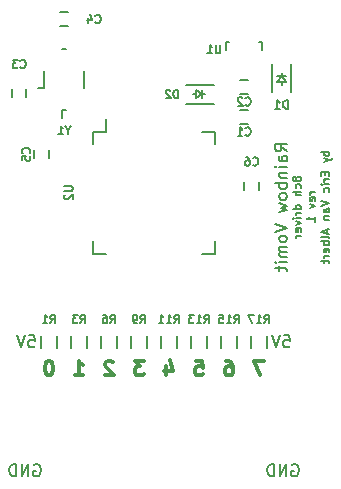
<source format=gbr>
G04 #@! TF.GenerationSoftware,KiCad,Pcbnew,5.0.0*
G04 #@! TF.CreationDate,2018-11-12T22:36:05-05:00*
G04 #@! TF.ProjectId,dot-driver,646F742D6472697665722E6B69636164,rev?*
G04 #@! TF.SameCoordinates,Original*
G04 #@! TF.FileFunction,Legend,Bot*
G04 #@! TF.FilePolarity,Positive*
%FSLAX46Y46*%
G04 Gerber Fmt 4.6, Leading zero omitted, Abs format (unit mm)*
G04 Created by KiCad (PCBNEW 5.0.0) date Mon Nov 12 22:36:05 2018*
%MOMM*%
%LPD*%
G01*
G04 APERTURE LIST*
%ADD10C,0.150000*%
%ADD11C,0.200000*%
%ADD12C,0.300000*%
G04 APERTURE END LIST*
D10*
X153021666Y-92181666D02*
X152988333Y-92115000D01*
X152955000Y-92081666D01*
X152888333Y-92048333D01*
X152855000Y-92048333D01*
X152788333Y-92081666D01*
X152755000Y-92115000D01*
X152721666Y-92181666D01*
X152721666Y-92315000D01*
X152755000Y-92381666D01*
X152788333Y-92415000D01*
X152855000Y-92448333D01*
X152888333Y-92448333D01*
X152955000Y-92415000D01*
X152988333Y-92381666D01*
X153021666Y-92315000D01*
X153021666Y-92181666D01*
X153055000Y-92115000D01*
X153088333Y-92081666D01*
X153155000Y-92048333D01*
X153288333Y-92048333D01*
X153355000Y-92081666D01*
X153388333Y-92115000D01*
X153421666Y-92181666D01*
X153421666Y-92315000D01*
X153388333Y-92381666D01*
X153355000Y-92415000D01*
X153288333Y-92448333D01*
X153155000Y-92448333D01*
X153088333Y-92415000D01*
X153055000Y-92381666D01*
X153021666Y-92315000D01*
X153388333Y-93048333D02*
X153421666Y-92981666D01*
X153421666Y-92848333D01*
X153388333Y-92781666D01*
X153355000Y-92748333D01*
X153288333Y-92715000D01*
X153088333Y-92715000D01*
X153021666Y-92748333D01*
X152988333Y-92781666D01*
X152955000Y-92848333D01*
X152955000Y-92981666D01*
X152988333Y-93048333D01*
X153421666Y-93348333D02*
X152721666Y-93348333D01*
X153421666Y-93648333D02*
X153055000Y-93648333D01*
X152988333Y-93615000D01*
X152955000Y-93548333D01*
X152955000Y-93448333D01*
X152988333Y-93381666D01*
X153021666Y-93348333D01*
X153421666Y-94815000D02*
X152721666Y-94815000D01*
X153388333Y-94815000D02*
X153421666Y-94748333D01*
X153421666Y-94615000D01*
X153388333Y-94548333D01*
X153355000Y-94515000D01*
X153288333Y-94481666D01*
X153088333Y-94481666D01*
X153021666Y-94515000D01*
X152988333Y-94548333D01*
X152955000Y-94615000D01*
X152955000Y-94748333D01*
X152988333Y-94815000D01*
X153421666Y-95148333D02*
X152955000Y-95148333D01*
X153088333Y-95148333D02*
X153021666Y-95181666D01*
X152988333Y-95215000D01*
X152955000Y-95281666D01*
X152955000Y-95348333D01*
X153421666Y-95581666D02*
X152955000Y-95581666D01*
X152721666Y-95581666D02*
X152755000Y-95548333D01*
X152788333Y-95581666D01*
X152755000Y-95615000D01*
X152721666Y-95581666D01*
X152788333Y-95581666D01*
X152955000Y-95848333D02*
X153421666Y-96015000D01*
X152955000Y-96181666D01*
X153388333Y-96715000D02*
X153421666Y-96648333D01*
X153421666Y-96515000D01*
X153388333Y-96448333D01*
X153321666Y-96415000D01*
X153055000Y-96415000D01*
X152988333Y-96448333D01*
X152955000Y-96515000D01*
X152955000Y-96648333D01*
X152988333Y-96715000D01*
X153055000Y-96748333D01*
X153121666Y-96748333D01*
X153188333Y-96415000D01*
X153421666Y-97048333D02*
X152955000Y-97048333D01*
X153088333Y-97048333D02*
X153021666Y-97081666D01*
X152988333Y-97115000D01*
X152955000Y-97181666D01*
X152955000Y-97248333D01*
X154621666Y-93398333D02*
X154155000Y-93398333D01*
X154288333Y-93398333D02*
X154221666Y-93431666D01*
X154188333Y-93465000D01*
X154155000Y-93531666D01*
X154155000Y-93598333D01*
X154588333Y-94098333D02*
X154621666Y-94031666D01*
X154621666Y-93898333D01*
X154588333Y-93831666D01*
X154521666Y-93798333D01*
X154255000Y-93798333D01*
X154188333Y-93831666D01*
X154155000Y-93898333D01*
X154155000Y-94031666D01*
X154188333Y-94098333D01*
X154255000Y-94131666D01*
X154321666Y-94131666D01*
X154388333Y-93798333D01*
X154155000Y-94365000D02*
X154621666Y-94531666D01*
X154155000Y-94698333D01*
X154621666Y-95865000D02*
X154621666Y-95465000D01*
X154621666Y-95665000D02*
X153921666Y-95665000D01*
X154021666Y-95598333D01*
X154088333Y-95531666D01*
X154121666Y-95465000D01*
X155821666Y-89948333D02*
X155121666Y-89948333D01*
X155388333Y-89948333D02*
X155355000Y-90015000D01*
X155355000Y-90148333D01*
X155388333Y-90215000D01*
X155421666Y-90248333D01*
X155488333Y-90281666D01*
X155688333Y-90281666D01*
X155755000Y-90248333D01*
X155788333Y-90215000D01*
X155821666Y-90148333D01*
X155821666Y-90015000D01*
X155788333Y-89948333D01*
X155355000Y-90515000D02*
X155821666Y-90681666D01*
X155355000Y-90848333D02*
X155821666Y-90681666D01*
X155988333Y-90615000D01*
X156021666Y-90581666D01*
X156055000Y-90515000D01*
X155455000Y-91648333D02*
X155455000Y-91881666D01*
X155821666Y-91981666D02*
X155821666Y-91648333D01*
X155121666Y-91648333D01*
X155121666Y-91981666D01*
X155821666Y-92281666D02*
X155355000Y-92281666D01*
X155488333Y-92281666D02*
X155421666Y-92315000D01*
X155388333Y-92348333D01*
X155355000Y-92415000D01*
X155355000Y-92481666D01*
X155821666Y-92715000D02*
X155355000Y-92715000D01*
X155121666Y-92715000D02*
X155155000Y-92681666D01*
X155188333Y-92715000D01*
X155155000Y-92748333D01*
X155121666Y-92715000D01*
X155188333Y-92715000D01*
X155788333Y-93348333D02*
X155821666Y-93281666D01*
X155821666Y-93148333D01*
X155788333Y-93081666D01*
X155755000Y-93048333D01*
X155688333Y-93015000D01*
X155488333Y-93015000D01*
X155421666Y-93048333D01*
X155388333Y-93081666D01*
X155355000Y-93148333D01*
X155355000Y-93281666D01*
X155388333Y-93348333D01*
X155121666Y-94081666D02*
X155821666Y-94315000D01*
X155121666Y-94548333D01*
X155821666Y-95081666D02*
X155455000Y-95081666D01*
X155388333Y-95048333D01*
X155355000Y-94981666D01*
X155355000Y-94848333D01*
X155388333Y-94781666D01*
X155788333Y-95081666D02*
X155821666Y-95015000D01*
X155821666Y-94848333D01*
X155788333Y-94781666D01*
X155721666Y-94748333D01*
X155655000Y-94748333D01*
X155588333Y-94781666D01*
X155555000Y-94848333D01*
X155555000Y-95015000D01*
X155521666Y-95081666D01*
X155355000Y-95415000D02*
X155821666Y-95415000D01*
X155421666Y-95415000D02*
X155388333Y-95448333D01*
X155355000Y-95515000D01*
X155355000Y-95615000D01*
X155388333Y-95681666D01*
X155455000Y-95715000D01*
X155821666Y-95715000D01*
X155621666Y-96548333D02*
X155621666Y-96881666D01*
X155821666Y-96481666D02*
X155121666Y-96715000D01*
X155821666Y-96948333D01*
X155821666Y-97281666D02*
X155788333Y-97215000D01*
X155721666Y-97181666D01*
X155121666Y-97181666D01*
X155821666Y-97548333D02*
X155121666Y-97548333D01*
X155388333Y-97548333D02*
X155355000Y-97615000D01*
X155355000Y-97748333D01*
X155388333Y-97815000D01*
X155421666Y-97848333D01*
X155488333Y-97881666D01*
X155688333Y-97881666D01*
X155755000Y-97848333D01*
X155788333Y-97815000D01*
X155821666Y-97748333D01*
X155821666Y-97615000D01*
X155788333Y-97548333D01*
X155788333Y-98448333D02*
X155821666Y-98381666D01*
X155821666Y-98248333D01*
X155788333Y-98181666D01*
X155721666Y-98148333D01*
X155455000Y-98148333D01*
X155388333Y-98181666D01*
X155355000Y-98248333D01*
X155355000Y-98381666D01*
X155388333Y-98448333D01*
X155455000Y-98481666D01*
X155521666Y-98481666D01*
X155588333Y-98148333D01*
X155821666Y-98781666D02*
X155355000Y-98781666D01*
X155488333Y-98781666D02*
X155421666Y-98815000D01*
X155388333Y-98848333D01*
X155355000Y-98915000D01*
X155355000Y-98981666D01*
X155355000Y-99115000D02*
X155355000Y-99381666D01*
X155121666Y-99215000D02*
X155721666Y-99215000D01*
X155788333Y-99248333D01*
X155821666Y-99315000D01*
X155821666Y-99381666D01*
D11*
X152217380Y-89900714D02*
X151741190Y-89567380D01*
X152217380Y-89329285D02*
X151217380Y-89329285D01*
X151217380Y-89710238D01*
X151265000Y-89805476D01*
X151312619Y-89853095D01*
X151407857Y-89900714D01*
X151550714Y-89900714D01*
X151645952Y-89853095D01*
X151693571Y-89805476D01*
X151741190Y-89710238D01*
X151741190Y-89329285D01*
X152217380Y-90757857D02*
X151693571Y-90757857D01*
X151598333Y-90710238D01*
X151550714Y-90615000D01*
X151550714Y-90424523D01*
X151598333Y-90329285D01*
X152169761Y-90757857D02*
X152217380Y-90662619D01*
X152217380Y-90424523D01*
X152169761Y-90329285D01*
X152074523Y-90281666D01*
X151979285Y-90281666D01*
X151884047Y-90329285D01*
X151836428Y-90424523D01*
X151836428Y-90662619D01*
X151788809Y-90757857D01*
X152217380Y-91234047D02*
X151550714Y-91234047D01*
X151217380Y-91234047D02*
X151265000Y-91186428D01*
X151312619Y-91234047D01*
X151265000Y-91281666D01*
X151217380Y-91234047D01*
X151312619Y-91234047D01*
X151550714Y-91710238D02*
X152217380Y-91710238D01*
X151645952Y-91710238D02*
X151598333Y-91757857D01*
X151550714Y-91853095D01*
X151550714Y-91995952D01*
X151598333Y-92091190D01*
X151693571Y-92138809D01*
X152217380Y-92138809D01*
X152217380Y-92615000D02*
X151217380Y-92615000D01*
X151598333Y-92615000D02*
X151550714Y-92710238D01*
X151550714Y-92900714D01*
X151598333Y-92995952D01*
X151645952Y-93043571D01*
X151741190Y-93091190D01*
X152026904Y-93091190D01*
X152122142Y-93043571D01*
X152169761Y-92995952D01*
X152217380Y-92900714D01*
X152217380Y-92710238D01*
X152169761Y-92615000D01*
X152217380Y-93662619D02*
X152169761Y-93567380D01*
X152122142Y-93519761D01*
X152026904Y-93472142D01*
X151741190Y-93472142D01*
X151645952Y-93519761D01*
X151598333Y-93567380D01*
X151550714Y-93662619D01*
X151550714Y-93805476D01*
X151598333Y-93900714D01*
X151645952Y-93948333D01*
X151741190Y-93995952D01*
X152026904Y-93995952D01*
X152122142Y-93948333D01*
X152169761Y-93900714D01*
X152217380Y-93805476D01*
X152217380Y-93662619D01*
X151550714Y-94329285D02*
X152217380Y-94519761D01*
X151741190Y-94710238D01*
X152217380Y-94900714D01*
X151550714Y-95091190D01*
X151217380Y-96091190D02*
X152217380Y-96424523D01*
X151217380Y-96757857D01*
X152217380Y-97234047D02*
X152169761Y-97138809D01*
X152122142Y-97091190D01*
X152026904Y-97043571D01*
X151741190Y-97043571D01*
X151645952Y-97091190D01*
X151598333Y-97138809D01*
X151550714Y-97234047D01*
X151550714Y-97376904D01*
X151598333Y-97472142D01*
X151645952Y-97519761D01*
X151741190Y-97567380D01*
X152026904Y-97567380D01*
X152122142Y-97519761D01*
X152169761Y-97472142D01*
X152217380Y-97376904D01*
X152217380Y-97234047D01*
X152217380Y-97995952D02*
X151550714Y-97995952D01*
X151645952Y-97995952D02*
X151598333Y-98043571D01*
X151550714Y-98138809D01*
X151550714Y-98281666D01*
X151598333Y-98376904D01*
X151693571Y-98424523D01*
X152217380Y-98424523D01*
X151693571Y-98424523D02*
X151598333Y-98472142D01*
X151550714Y-98567380D01*
X151550714Y-98710238D01*
X151598333Y-98805476D01*
X151693571Y-98853095D01*
X152217380Y-98853095D01*
X152217380Y-99329285D02*
X151550714Y-99329285D01*
X151217380Y-99329285D02*
X151265000Y-99281666D01*
X151312619Y-99329285D01*
X151265000Y-99376904D01*
X151217380Y-99329285D01*
X151312619Y-99329285D01*
X151550714Y-99662619D02*
X151550714Y-100043571D01*
X151217380Y-99805476D02*
X152074523Y-99805476D01*
X152169761Y-99853095D01*
X152217380Y-99948333D01*
X152217380Y-100043571D01*
X130809904Y-116467000D02*
X130905142Y-116419380D01*
X131048000Y-116419380D01*
X131190857Y-116467000D01*
X131286095Y-116562238D01*
X131333714Y-116657476D01*
X131381333Y-116847952D01*
X131381333Y-116990809D01*
X131333714Y-117181285D01*
X131286095Y-117276523D01*
X131190857Y-117371761D01*
X131048000Y-117419380D01*
X130952761Y-117419380D01*
X130809904Y-117371761D01*
X130762285Y-117324142D01*
X130762285Y-116990809D01*
X130952761Y-116990809D01*
X130333714Y-117419380D02*
X130333714Y-116419380D01*
X129762285Y-117419380D01*
X129762285Y-116419380D01*
X129286095Y-117419380D02*
X129286095Y-116419380D01*
X129048000Y-116419380D01*
X128905142Y-116467000D01*
X128809904Y-116562238D01*
X128762285Y-116657476D01*
X128714666Y-116847952D01*
X128714666Y-116990809D01*
X128762285Y-117181285D01*
X128809904Y-117276523D01*
X128905142Y-117371761D01*
X129048000Y-117419380D01*
X129286095Y-117419380D01*
X152653904Y-116467000D02*
X152749142Y-116419380D01*
X152892000Y-116419380D01*
X153034857Y-116467000D01*
X153130095Y-116562238D01*
X153177714Y-116657476D01*
X153225333Y-116847952D01*
X153225333Y-116990809D01*
X153177714Y-117181285D01*
X153130095Y-117276523D01*
X153034857Y-117371761D01*
X152892000Y-117419380D01*
X152796761Y-117419380D01*
X152653904Y-117371761D01*
X152606285Y-117324142D01*
X152606285Y-116990809D01*
X152796761Y-116990809D01*
X152177714Y-117419380D02*
X152177714Y-116419380D01*
X151606285Y-117419380D01*
X151606285Y-116419380D01*
X151130095Y-117419380D02*
X151130095Y-116419380D01*
X150892000Y-116419380D01*
X150749142Y-116467000D01*
X150653904Y-116562238D01*
X150606285Y-116657476D01*
X150558666Y-116847952D01*
X150558666Y-116990809D01*
X150606285Y-117181285D01*
X150653904Y-117276523D01*
X150749142Y-117371761D01*
X150892000Y-117419380D01*
X151130095Y-117419380D01*
X151955476Y-105497380D02*
X152431666Y-105497380D01*
X152479285Y-105973571D01*
X152431666Y-105925952D01*
X152336428Y-105878333D01*
X152098333Y-105878333D01*
X152003095Y-105925952D01*
X151955476Y-105973571D01*
X151907857Y-106068809D01*
X151907857Y-106306904D01*
X151955476Y-106402142D01*
X152003095Y-106449761D01*
X152098333Y-106497380D01*
X152336428Y-106497380D01*
X152431666Y-106449761D01*
X152479285Y-106402142D01*
X151622142Y-105497380D02*
X151288809Y-106497380D01*
X150955476Y-105497380D01*
D12*
X150260000Y-107673857D02*
X149460000Y-107673857D01*
X149974285Y-108873857D01*
X147091428Y-107673857D02*
X147320000Y-107673857D01*
X147434285Y-107731000D01*
X147491428Y-107788142D01*
X147605714Y-107959571D01*
X147662857Y-108188142D01*
X147662857Y-108645285D01*
X147605714Y-108759571D01*
X147548571Y-108816714D01*
X147434285Y-108873857D01*
X147205714Y-108873857D01*
X147091428Y-108816714D01*
X147034285Y-108759571D01*
X146977142Y-108645285D01*
X146977142Y-108359571D01*
X147034285Y-108245285D01*
X147091428Y-108188142D01*
X147205714Y-108131000D01*
X147434285Y-108131000D01*
X147548571Y-108188142D01*
X147605714Y-108245285D01*
X147662857Y-108359571D01*
X144494285Y-107673857D02*
X145065714Y-107673857D01*
X145122857Y-108245285D01*
X145065714Y-108188142D01*
X144951428Y-108131000D01*
X144665714Y-108131000D01*
X144551428Y-108188142D01*
X144494285Y-108245285D01*
X144437142Y-108359571D01*
X144437142Y-108645285D01*
X144494285Y-108759571D01*
X144551428Y-108816714D01*
X144665714Y-108873857D01*
X144951428Y-108873857D01*
X145065714Y-108816714D01*
X145122857Y-108759571D01*
X142011428Y-108073857D02*
X142011428Y-108873857D01*
X142297142Y-107616714D02*
X142582857Y-108473857D01*
X141840000Y-108473857D01*
X140100000Y-107673857D02*
X139357142Y-107673857D01*
X139757142Y-108131000D01*
X139585714Y-108131000D01*
X139471428Y-108188142D01*
X139414285Y-108245285D01*
X139357142Y-108359571D01*
X139357142Y-108645285D01*
X139414285Y-108759571D01*
X139471428Y-108816714D01*
X139585714Y-108873857D01*
X139928571Y-108873857D01*
X140042857Y-108816714D01*
X140100000Y-108759571D01*
X137502857Y-107788142D02*
X137445714Y-107731000D01*
X137331428Y-107673857D01*
X137045714Y-107673857D01*
X136931428Y-107731000D01*
X136874285Y-107788142D01*
X136817142Y-107902428D01*
X136817142Y-108016714D01*
X136874285Y-108188142D01*
X137560000Y-108873857D01*
X136817142Y-108873857D01*
X134277142Y-108873857D02*
X134962857Y-108873857D01*
X134620000Y-108873857D02*
X134620000Y-107673857D01*
X134734285Y-107845285D01*
X134848571Y-107959571D01*
X134962857Y-108016714D01*
X132137142Y-107673857D02*
X132022857Y-107673857D01*
X131908571Y-107731000D01*
X131851428Y-107788142D01*
X131794285Y-107902428D01*
X131737142Y-108131000D01*
X131737142Y-108416714D01*
X131794285Y-108645285D01*
X131851428Y-108759571D01*
X131908571Y-108816714D01*
X132022857Y-108873857D01*
X132137142Y-108873857D01*
X132251428Y-108816714D01*
X132308571Y-108759571D01*
X132365714Y-108645285D01*
X132422857Y-108416714D01*
X132422857Y-108131000D01*
X132365714Y-107902428D01*
X132308571Y-107788142D01*
X132251428Y-107731000D01*
X132137142Y-107673857D01*
D11*
X130365476Y-105497380D02*
X130841666Y-105497380D01*
X130889285Y-105973571D01*
X130841666Y-105925952D01*
X130746428Y-105878333D01*
X130508333Y-105878333D01*
X130413095Y-105925952D01*
X130365476Y-105973571D01*
X130317857Y-106068809D01*
X130317857Y-106306904D01*
X130365476Y-106402142D01*
X130413095Y-106449761D01*
X130508333Y-106497380D01*
X130746428Y-106497380D01*
X130841666Y-106449761D01*
X130889285Y-106402142D01*
X130032142Y-105497380D02*
X129698809Y-106497380D01*
X129365476Y-105497380D01*
D10*
G04 #@! TO.C,U2*
X135795000Y-88240000D02*
X136870000Y-88240000D01*
X135795000Y-98590000D02*
X136870000Y-98590000D01*
X146145000Y-98590000D02*
X145070000Y-98590000D01*
X146145000Y-88240000D02*
X145070000Y-88240000D01*
X135795000Y-88240000D02*
X135795000Y-89315000D01*
X146145000Y-88240000D02*
X146145000Y-89315000D01*
X146145000Y-98590000D02*
X146145000Y-97515000D01*
X135795000Y-98590000D02*
X135795000Y-97515000D01*
X136870000Y-88240000D02*
X136870000Y-87215000D01*
G04 #@! TO.C,C1*
X148940000Y-86395000D02*
X148240000Y-86395000D01*
X148240000Y-87595000D02*
X148940000Y-87595000D01*
G04 #@! TO.C,C2*
X148240000Y-85055000D02*
X148940000Y-85055000D01*
X148940000Y-83855000D02*
X148240000Y-83855000D01*
G04 #@! TO.C,C3*
X130140000Y-85325000D02*
X130140000Y-84625000D01*
X128940000Y-84625000D02*
X128940000Y-85325000D01*
G04 #@! TO.C,C4*
X133000000Y-79340000D02*
X133700000Y-79340000D01*
X133700000Y-78140000D02*
X133000000Y-78140000D01*
G04 #@! TO.C,D1*
X151765000Y-84070000D02*
X151765000Y-84320000D01*
X151765000Y-83570000D02*
X151765000Y-83320000D01*
X151765000Y-83570000D02*
X151415000Y-84070000D01*
X151415000Y-84070000D02*
X152115000Y-84070000D01*
X152115000Y-84070000D02*
X151765000Y-83570000D01*
X151415000Y-83570000D02*
X152115000Y-83570000D01*
X152565000Y-82520000D02*
X152565000Y-84920000D01*
X150965000Y-82520000D02*
X150965000Y-84920000D01*
G04 #@! TO.C,D2*
X146080000Y-84290000D02*
X143680000Y-84290000D01*
X146080000Y-85890000D02*
X143680000Y-85890000D01*
X145030000Y-84740000D02*
X145030000Y-85440000D01*
X144530000Y-85440000D02*
X145030000Y-85090000D01*
X144530000Y-84740000D02*
X144530000Y-85440000D01*
X145030000Y-85090000D02*
X144530000Y-84740000D01*
X145030000Y-85090000D02*
X145280000Y-85090000D01*
X144530000Y-85090000D02*
X144280000Y-85090000D01*
G04 #@! TO.C,R1*
X131405000Y-105545000D02*
X131405000Y-106545000D01*
X132755000Y-106545000D02*
X132755000Y-105545000D01*
G04 #@! TO.C,R3*
X135295000Y-106545000D02*
X135295000Y-105545000D01*
X133945000Y-105545000D02*
X133945000Y-106545000D01*
G04 #@! TO.C,R6*
X136485000Y-105545000D02*
X136485000Y-106545000D01*
X137835000Y-106545000D02*
X137835000Y-105545000D01*
G04 #@! TO.C,R9*
X140375000Y-106545000D02*
X140375000Y-105545000D01*
X139025000Y-105545000D02*
X139025000Y-106545000D01*
G04 #@! TO.C,R11*
X141565000Y-105545000D02*
X141565000Y-106545000D01*
X142915000Y-106545000D02*
X142915000Y-105545000D01*
G04 #@! TO.C,R13*
X145455000Y-106545000D02*
X145455000Y-105545000D01*
X144105000Y-105545000D02*
X144105000Y-106545000D01*
G04 #@! TO.C,R15*
X146645000Y-105545000D02*
X146645000Y-106545000D01*
X147995000Y-106545000D02*
X147995000Y-105545000D01*
G04 #@! TO.C,R17*
X149185000Y-105545000D02*
X149185000Y-106545000D01*
X150535000Y-106545000D02*
X150535000Y-105545000D01*
G04 #@! TO.C,U1*
X147290840Y-80629760D02*
X147339100Y-80629760D01*
X150089820Y-81330800D02*
X150089820Y-80629760D01*
X150089820Y-80629760D02*
X149840900Y-80629760D01*
X147290840Y-80629760D02*
X147090180Y-80629760D01*
X147090180Y-80629760D02*
X147090180Y-81330800D01*
G04 #@! TO.C,Y1*
X133150000Y-86420000D02*
X133150000Y-87120000D01*
X131650000Y-84520000D02*
X131150000Y-84520000D01*
X131650000Y-83117920D02*
X131650000Y-84520000D01*
X135050000Y-84521040D02*
X135050000Y-83118960D01*
X133150000Y-81220000D02*
X133550000Y-81220000D01*
X133150000Y-86420000D02*
X133550000Y-86420000D01*
G04 #@! TO.C,C5*
X130845000Y-89820000D02*
X130845000Y-90520000D01*
X132045000Y-90520000D02*
X132045000Y-89820000D01*
G04 #@! TO.C,C6*
X149825000Y-93175000D02*
X149825000Y-92475000D01*
X148625000Y-92475000D02*
X148625000Y-93175000D01*
G04 #@! TO.C,U2*
X133386666Y-92881666D02*
X133953333Y-92881666D01*
X134020000Y-92915000D01*
X134053333Y-92948333D01*
X134086666Y-93015000D01*
X134086666Y-93148333D01*
X134053333Y-93215000D01*
X134020000Y-93248333D01*
X133953333Y-93281666D01*
X133386666Y-93281666D01*
X133453333Y-93581666D02*
X133420000Y-93615000D01*
X133386666Y-93681666D01*
X133386666Y-93848333D01*
X133420000Y-93915000D01*
X133453333Y-93948333D01*
X133520000Y-93981666D01*
X133586666Y-93981666D01*
X133686666Y-93948333D01*
X134086666Y-93548333D01*
X134086666Y-93981666D01*
G04 #@! TO.C,C1*
X148706666Y-88515000D02*
X148740000Y-88548333D01*
X148840000Y-88581666D01*
X148906666Y-88581666D01*
X149006666Y-88548333D01*
X149073333Y-88481666D01*
X149106666Y-88415000D01*
X149140000Y-88281666D01*
X149140000Y-88181666D01*
X149106666Y-88048333D01*
X149073333Y-87981666D01*
X149006666Y-87915000D01*
X148906666Y-87881666D01*
X148840000Y-87881666D01*
X148740000Y-87915000D01*
X148706666Y-87948333D01*
X148040000Y-88581666D02*
X148440000Y-88581666D01*
X148240000Y-88581666D02*
X148240000Y-87881666D01*
X148306666Y-87981666D01*
X148373333Y-88048333D01*
X148440000Y-88081666D01*
G04 #@! TO.C,C2*
X148706666Y-85975000D02*
X148740000Y-86008333D01*
X148840000Y-86041666D01*
X148906666Y-86041666D01*
X149006666Y-86008333D01*
X149073333Y-85941666D01*
X149106666Y-85875000D01*
X149140000Y-85741666D01*
X149140000Y-85641666D01*
X149106666Y-85508333D01*
X149073333Y-85441666D01*
X149006666Y-85375000D01*
X148906666Y-85341666D01*
X148840000Y-85341666D01*
X148740000Y-85375000D01*
X148706666Y-85408333D01*
X148440000Y-85408333D02*
X148406666Y-85375000D01*
X148340000Y-85341666D01*
X148173333Y-85341666D01*
X148106666Y-85375000D01*
X148073333Y-85408333D01*
X148040000Y-85475000D01*
X148040000Y-85541666D01*
X148073333Y-85641666D01*
X148473333Y-86041666D01*
X148040000Y-86041666D01*
G04 #@! TO.C,C3*
X129656666Y-82800000D02*
X129690000Y-82833333D01*
X129790000Y-82866666D01*
X129856666Y-82866666D01*
X129956666Y-82833333D01*
X130023333Y-82766666D01*
X130056666Y-82700000D01*
X130090000Y-82566666D01*
X130090000Y-82466666D01*
X130056666Y-82333333D01*
X130023333Y-82266666D01*
X129956666Y-82200000D01*
X129856666Y-82166666D01*
X129790000Y-82166666D01*
X129690000Y-82200000D01*
X129656666Y-82233333D01*
X129423333Y-82166666D02*
X128990000Y-82166666D01*
X129223333Y-82433333D01*
X129123333Y-82433333D01*
X129056666Y-82466666D01*
X129023333Y-82500000D01*
X128990000Y-82566666D01*
X128990000Y-82733333D01*
X129023333Y-82800000D01*
X129056666Y-82833333D01*
X129123333Y-82866666D01*
X129323333Y-82866666D01*
X129390000Y-82833333D01*
X129423333Y-82800000D01*
G04 #@! TO.C,C4*
X136006666Y-78990000D02*
X136040000Y-79023333D01*
X136140000Y-79056666D01*
X136206666Y-79056666D01*
X136306666Y-79023333D01*
X136373333Y-78956666D01*
X136406666Y-78890000D01*
X136440000Y-78756666D01*
X136440000Y-78656666D01*
X136406666Y-78523333D01*
X136373333Y-78456666D01*
X136306666Y-78390000D01*
X136206666Y-78356666D01*
X136140000Y-78356666D01*
X136040000Y-78390000D01*
X136006666Y-78423333D01*
X135406666Y-78590000D02*
X135406666Y-79056666D01*
X135573333Y-78323333D02*
X135740000Y-78823333D01*
X135306666Y-78823333D01*
G04 #@! TO.C,D1*
X152281666Y-86295666D02*
X152281666Y-85595666D01*
X152115000Y-85595666D01*
X152015000Y-85629000D01*
X151948333Y-85695666D01*
X151915000Y-85762333D01*
X151881666Y-85895666D01*
X151881666Y-85995666D01*
X151915000Y-86129000D01*
X151948333Y-86195666D01*
X152015000Y-86262333D01*
X152115000Y-86295666D01*
X152281666Y-86295666D01*
X151215000Y-86295666D02*
X151615000Y-86295666D01*
X151415000Y-86295666D02*
X151415000Y-85595666D01*
X151481666Y-85695666D01*
X151548333Y-85762333D01*
X151615000Y-85795666D01*
G04 #@! TO.C,D2*
X143010666Y-85406666D02*
X143010666Y-84706666D01*
X142844000Y-84706666D01*
X142744000Y-84740000D01*
X142677333Y-84806666D01*
X142644000Y-84873333D01*
X142610666Y-85006666D01*
X142610666Y-85106666D01*
X142644000Y-85240000D01*
X142677333Y-85306666D01*
X142744000Y-85373333D01*
X142844000Y-85406666D01*
X143010666Y-85406666D01*
X142344000Y-84773333D02*
X142310666Y-84740000D01*
X142244000Y-84706666D01*
X142077333Y-84706666D01*
X142010666Y-84740000D01*
X141977333Y-84773333D01*
X141944000Y-84840000D01*
X141944000Y-84906666D01*
X141977333Y-85006666D01*
X142377333Y-85406666D01*
X141944000Y-85406666D01*
G04 #@! TO.C,R1*
X132196666Y-104456666D02*
X132430000Y-104123333D01*
X132596666Y-104456666D02*
X132596666Y-103756666D01*
X132330000Y-103756666D01*
X132263333Y-103790000D01*
X132230000Y-103823333D01*
X132196666Y-103890000D01*
X132196666Y-103990000D01*
X132230000Y-104056666D01*
X132263333Y-104090000D01*
X132330000Y-104123333D01*
X132596666Y-104123333D01*
X131530000Y-104456666D02*
X131930000Y-104456666D01*
X131730000Y-104456666D02*
X131730000Y-103756666D01*
X131796666Y-103856666D01*
X131863333Y-103923333D01*
X131930000Y-103956666D01*
G04 #@! TO.C,R3*
X134736666Y-104456666D02*
X134970000Y-104123333D01*
X135136666Y-104456666D02*
X135136666Y-103756666D01*
X134870000Y-103756666D01*
X134803333Y-103790000D01*
X134770000Y-103823333D01*
X134736666Y-103890000D01*
X134736666Y-103990000D01*
X134770000Y-104056666D01*
X134803333Y-104090000D01*
X134870000Y-104123333D01*
X135136666Y-104123333D01*
X134503333Y-103756666D02*
X134070000Y-103756666D01*
X134303333Y-104023333D01*
X134203333Y-104023333D01*
X134136666Y-104056666D01*
X134103333Y-104090000D01*
X134070000Y-104156666D01*
X134070000Y-104323333D01*
X134103333Y-104390000D01*
X134136666Y-104423333D01*
X134203333Y-104456666D01*
X134403333Y-104456666D01*
X134470000Y-104423333D01*
X134503333Y-104390000D01*
G04 #@! TO.C,R6*
X137276666Y-104456666D02*
X137510000Y-104123333D01*
X137676666Y-104456666D02*
X137676666Y-103756666D01*
X137410000Y-103756666D01*
X137343333Y-103790000D01*
X137310000Y-103823333D01*
X137276666Y-103890000D01*
X137276666Y-103990000D01*
X137310000Y-104056666D01*
X137343333Y-104090000D01*
X137410000Y-104123333D01*
X137676666Y-104123333D01*
X136676666Y-103756666D02*
X136810000Y-103756666D01*
X136876666Y-103790000D01*
X136910000Y-103823333D01*
X136976666Y-103923333D01*
X137010000Y-104056666D01*
X137010000Y-104323333D01*
X136976666Y-104390000D01*
X136943333Y-104423333D01*
X136876666Y-104456666D01*
X136743333Y-104456666D01*
X136676666Y-104423333D01*
X136643333Y-104390000D01*
X136610000Y-104323333D01*
X136610000Y-104156666D01*
X136643333Y-104090000D01*
X136676666Y-104056666D01*
X136743333Y-104023333D01*
X136876666Y-104023333D01*
X136943333Y-104056666D01*
X136976666Y-104090000D01*
X137010000Y-104156666D01*
G04 #@! TO.C,R9*
X139816666Y-104456666D02*
X140050000Y-104123333D01*
X140216666Y-104456666D02*
X140216666Y-103756666D01*
X139950000Y-103756666D01*
X139883333Y-103790000D01*
X139850000Y-103823333D01*
X139816666Y-103890000D01*
X139816666Y-103990000D01*
X139850000Y-104056666D01*
X139883333Y-104090000D01*
X139950000Y-104123333D01*
X140216666Y-104123333D01*
X139483333Y-104456666D02*
X139350000Y-104456666D01*
X139283333Y-104423333D01*
X139250000Y-104390000D01*
X139183333Y-104290000D01*
X139150000Y-104156666D01*
X139150000Y-103890000D01*
X139183333Y-103823333D01*
X139216666Y-103790000D01*
X139283333Y-103756666D01*
X139416666Y-103756666D01*
X139483333Y-103790000D01*
X139516666Y-103823333D01*
X139550000Y-103890000D01*
X139550000Y-104056666D01*
X139516666Y-104123333D01*
X139483333Y-104156666D01*
X139416666Y-104190000D01*
X139283333Y-104190000D01*
X139216666Y-104156666D01*
X139183333Y-104123333D01*
X139150000Y-104056666D01*
G04 #@! TO.C,R11*
X142690000Y-104456666D02*
X142923333Y-104123333D01*
X143090000Y-104456666D02*
X143090000Y-103756666D01*
X142823333Y-103756666D01*
X142756666Y-103790000D01*
X142723333Y-103823333D01*
X142690000Y-103890000D01*
X142690000Y-103990000D01*
X142723333Y-104056666D01*
X142756666Y-104090000D01*
X142823333Y-104123333D01*
X143090000Y-104123333D01*
X142023333Y-104456666D02*
X142423333Y-104456666D01*
X142223333Y-104456666D02*
X142223333Y-103756666D01*
X142290000Y-103856666D01*
X142356666Y-103923333D01*
X142423333Y-103956666D01*
X141356666Y-104456666D02*
X141756666Y-104456666D01*
X141556666Y-104456666D02*
X141556666Y-103756666D01*
X141623333Y-103856666D01*
X141690000Y-103923333D01*
X141756666Y-103956666D01*
G04 #@! TO.C,R13*
X145230000Y-104456666D02*
X145463333Y-104123333D01*
X145630000Y-104456666D02*
X145630000Y-103756666D01*
X145363333Y-103756666D01*
X145296666Y-103790000D01*
X145263333Y-103823333D01*
X145230000Y-103890000D01*
X145230000Y-103990000D01*
X145263333Y-104056666D01*
X145296666Y-104090000D01*
X145363333Y-104123333D01*
X145630000Y-104123333D01*
X144563333Y-104456666D02*
X144963333Y-104456666D01*
X144763333Y-104456666D02*
X144763333Y-103756666D01*
X144830000Y-103856666D01*
X144896666Y-103923333D01*
X144963333Y-103956666D01*
X144330000Y-103756666D02*
X143896666Y-103756666D01*
X144130000Y-104023333D01*
X144030000Y-104023333D01*
X143963333Y-104056666D01*
X143930000Y-104090000D01*
X143896666Y-104156666D01*
X143896666Y-104323333D01*
X143930000Y-104390000D01*
X143963333Y-104423333D01*
X144030000Y-104456666D01*
X144230000Y-104456666D01*
X144296666Y-104423333D01*
X144330000Y-104390000D01*
G04 #@! TO.C,R15*
X147770000Y-104456666D02*
X148003333Y-104123333D01*
X148170000Y-104456666D02*
X148170000Y-103756666D01*
X147903333Y-103756666D01*
X147836666Y-103790000D01*
X147803333Y-103823333D01*
X147770000Y-103890000D01*
X147770000Y-103990000D01*
X147803333Y-104056666D01*
X147836666Y-104090000D01*
X147903333Y-104123333D01*
X148170000Y-104123333D01*
X147103333Y-104456666D02*
X147503333Y-104456666D01*
X147303333Y-104456666D02*
X147303333Y-103756666D01*
X147370000Y-103856666D01*
X147436666Y-103923333D01*
X147503333Y-103956666D01*
X146470000Y-103756666D02*
X146803333Y-103756666D01*
X146836666Y-104090000D01*
X146803333Y-104056666D01*
X146736666Y-104023333D01*
X146570000Y-104023333D01*
X146503333Y-104056666D01*
X146470000Y-104090000D01*
X146436666Y-104156666D01*
X146436666Y-104323333D01*
X146470000Y-104390000D01*
X146503333Y-104423333D01*
X146570000Y-104456666D01*
X146736666Y-104456666D01*
X146803333Y-104423333D01*
X146836666Y-104390000D01*
G04 #@! TO.C,R17*
X150310000Y-104456666D02*
X150543333Y-104123333D01*
X150710000Y-104456666D02*
X150710000Y-103756666D01*
X150443333Y-103756666D01*
X150376666Y-103790000D01*
X150343333Y-103823333D01*
X150310000Y-103890000D01*
X150310000Y-103990000D01*
X150343333Y-104056666D01*
X150376666Y-104090000D01*
X150443333Y-104123333D01*
X150710000Y-104123333D01*
X149643333Y-104456666D02*
X150043333Y-104456666D01*
X149843333Y-104456666D02*
X149843333Y-103756666D01*
X149910000Y-103856666D01*
X149976666Y-103923333D01*
X150043333Y-103956666D01*
X149410000Y-103756666D02*
X148943333Y-103756666D01*
X149243333Y-104456666D01*
G04 #@! TO.C,U1*
X146583333Y-80896666D02*
X146583333Y-81463333D01*
X146550000Y-81530000D01*
X146516666Y-81563333D01*
X146450000Y-81596666D01*
X146316666Y-81596666D01*
X146250000Y-81563333D01*
X146216666Y-81530000D01*
X146183333Y-81463333D01*
X146183333Y-80896666D01*
X145483333Y-81596666D02*
X145883333Y-81596666D01*
X145683333Y-81596666D02*
X145683333Y-80896666D01*
X145750000Y-80996666D01*
X145816666Y-81063333D01*
X145883333Y-81096666D01*
G04 #@! TO.C,Y1*
X133683333Y-88121333D02*
X133683333Y-88454666D01*
X133916666Y-87754666D02*
X133683333Y-88121333D01*
X133450000Y-87754666D01*
X132850000Y-88454666D02*
X133250000Y-88454666D01*
X133050000Y-88454666D02*
X133050000Y-87754666D01*
X133116666Y-87854666D01*
X133183333Y-87921333D01*
X133250000Y-87954666D01*
G04 #@! TO.C,C5*
X130425000Y-90053333D02*
X130458333Y-90020000D01*
X130491666Y-89920000D01*
X130491666Y-89853333D01*
X130458333Y-89753333D01*
X130391666Y-89686666D01*
X130325000Y-89653333D01*
X130191666Y-89620000D01*
X130091666Y-89620000D01*
X129958333Y-89653333D01*
X129891666Y-89686666D01*
X129825000Y-89753333D01*
X129791666Y-89853333D01*
X129791666Y-89920000D01*
X129825000Y-90020000D01*
X129858333Y-90053333D01*
X129791666Y-90686666D02*
X129791666Y-90353333D01*
X130125000Y-90320000D01*
X130091666Y-90353333D01*
X130058333Y-90420000D01*
X130058333Y-90586666D01*
X130091666Y-90653333D01*
X130125000Y-90686666D01*
X130191666Y-90720000D01*
X130358333Y-90720000D01*
X130425000Y-90686666D01*
X130458333Y-90653333D01*
X130491666Y-90586666D01*
X130491666Y-90420000D01*
X130458333Y-90353333D01*
X130425000Y-90320000D01*
G04 #@! TO.C,C6*
X149341666Y-91055000D02*
X149375000Y-91088333D01*
X149475000Y-91121666D01*
X149541666Y-91121666D01*
X149641666Y-91088333D01*
X149708333Y-91021666D01*
X149741666Y-90955000D01*
X149775000Y-90821666D01*
X149775000Y-90721666D01*
X149741666Y-90588333D01*
X149708333Y-90521666D01*
X149641666Y-90455000D01*
X149541666Y-90421666D01*
X149475000Y-90421666D01*
X149375000Y-90455000D01*
X149341666Y-90488333D01*
X148741666Y-90421666D02*
X148875000Y-90421666D01*
X148941666Y-90455000D01*
X148975000Y-90488333D01*
X149041666Y-90588333D01*
X149075000Y-90721666D01*
X149075000Y-90988333D01*
X149041666Y-91055000D01*
X149008333Y-91088333D01*
X148941666Y-91121666D01*
X148808333Y-91121666D01*
X148741666Y-91088333D01*
X148708333Y-91055000D01*
X148675000Y-90988333D01*
X148675000Y-90821666D01*
X148708333Y-90755000D01*
X148741666Y-90721666D01*
X148808333Y-90688333D01*
X148941666Y-90688333D01*
X149008333Y-90721666D01*
X149041666Y-90755000D01*
X149075000Y-90821666D01*
G04 #@! TD*
M02*

</source>
